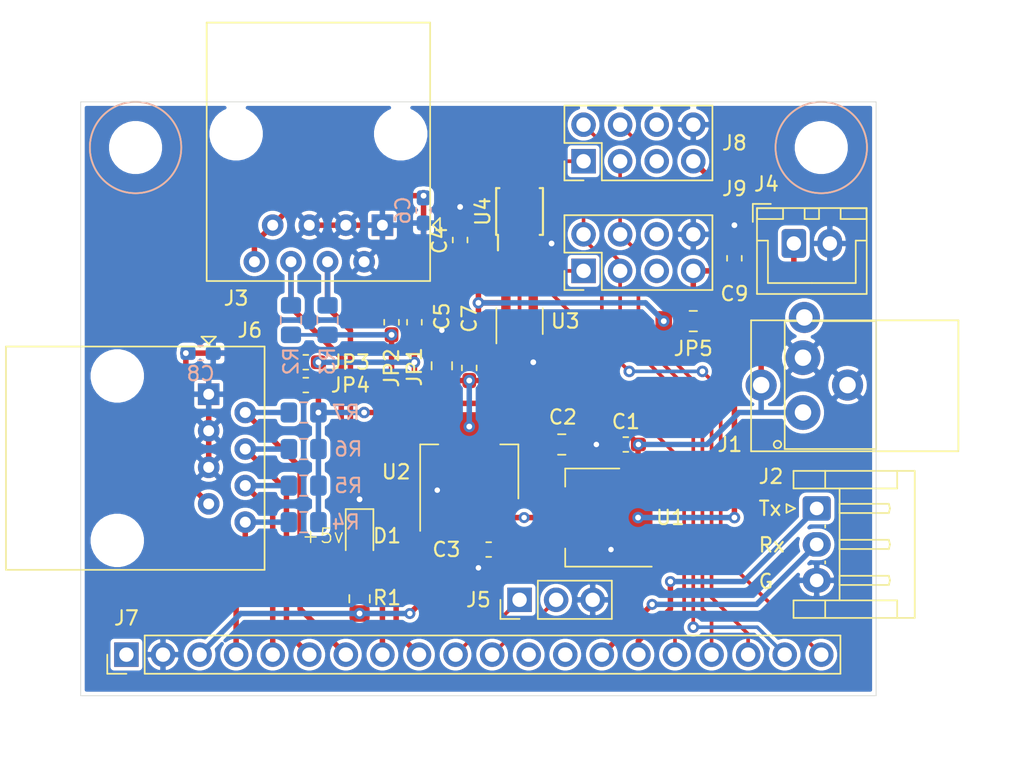
<source format=kicad_pcb>
(kicad_pcb (version 20171130) (host pcbnew "(5.1.9)-1")
  (layers (0 F.Cu signal) (31 B.Cu signal) (34 B.Paste user) (35 F.Paste user) (36 B.SilkS user) (37 F.SilkS user) (38 B.Mask user) (39 F.Mask user) (44 Edge.Cuts user))
  (net 0 "")
  (net 1 GND)
  (net 2 /Vin)
  (net 3 +5V)
  (net 4 /A10)
  (net 5 /A9)
  (net 6 /B5)
  (net 7 /B4)
  (net 8 /B12)
  (net 9 /B13)
  (net 10 /B14)
  (net 11 /B15)
  (net 12 /B6)
  (net 13 /B7)
  (net 14 /B8)
  (net 15 /B9)
  (net 16 +3V3)
  (net 17 /SensorPwr0)
  (net 18 /SensorPwr1)
  (net 19 /A8)
  (net 20 /~CS1)
  (net 21 /~CS0)
  (net 22 /VOut)
  (net 23 /LedR)
  (net 24 /~Sel)
  (net 25 /A15)
  (net 26 /B3)
  (module Capacitor_SMD:C_0603_1608Metric_Pad1.05x0.95mm_HandSolder (layer F.Cu) (at 151.4475 93.4225 90)
    (fp_text reference C7 (at 3.42 0 90) (layer F.SilkS))
    (fp_text value .1uf)
    (pad 2 smd roundrect (at 0.875 0 90) (size 1.05 0.95) (layers F.Cu F.Paste F.Mask) (net 1 GND))
    (pad 1 smd roundrect (at -0.875 0 90) (size 1.05 0.95) (layers F.Cu F.Paste F.Mask) (net 16 +3V3))
  )
  (module Capacitor_SMD:C_0603_1608Metric_Pad1.05x0.95mm_HandSolder (layer F.Cu) (at 150.8125 84.5325 90)
    (fp_text reference C4 (at 0 -1.43 90) (layer F.SilkS))
    (fp_text value .1uf)
    (pad 2 smd roundrect (at 0.875 0 90) (size 1.05 0.95) (layers F.Cu F.Paste F.Mask) (net 1 GND))
    (pad 1 smd roundrect (at -0.875 0 90) (size 1.05 0.95) (layers F.Cu F.Paste F.Mask) (net 16 +3V3))
  )
  (module Connector_PinHeader_2.54mm:PinHeader_1x03_P2.54mm_Vertical (layer F.Cu) (at 154.94 109.5375 90)
    (fp_text reference J5 (at 0 -2.8575 180) (layer F.SilkS))
    (fp_text value Conn_01x03_Male)
    (pad 3 thru_hole oval (at 0 5.08 90) (size 1.7 1.7) (drill 1) (layers *.Cu *.Mask) (net 1 GND))
    (pad 2 thru_hole oval (at 0 2.54 90) (size 1.7 1.7) (drill 1) (layers *.Cu *.Mask) (net 25 /A15))
    (pad 1 thru_hole rect (at 0 0 90) (size 1.7 1.7) (drill 1) (layers *.Cu *.Mask) (net 26 /B3))
  )
  (module Capacitor_SMD:C_0603_1608Metric_Pad1.05x0.95mm_HandSolder (layer B.Cu) (at 132.7875 92.3925)
    (fp_text reference C8 (at 0 1.43) (layer B.SilkS) (effects (justify mirror)))
    (fp_text value .1uf)
    (pad 2 smd roundrect (at 0.875 0) (size 1.05 0.95) (layers B.Cu B.Paste B.Mask) (net 1 GND))
    (pad 1 smd roundrect (at -0.875 0) (size 1.05 0.95) (layers B.Cu B.Paste B.Mask) (net 18 /SensorPwr1))
  )
  (module Capacitor_SMD:C_0603_1608Metric_Pad1.05x0.95mm_HandSolder (layer B.Cu) (at 148.2725 82.4775 270)
    (fp_text reference C6 (at 0 1.43 90) (layer B.SilkS) (effects (justify mirror)))
    (fp_text value .1uf)
    (pad 2 smd roundrect (at 0.875 0 270) (size 1.05 0.95) (layers B.Cu B.Paste B.Mask) (net 1 GND))
    (pad 1 smd roundrect (at -0.875 0 270) (size 1.05 0.95) (layers B.Cu B.Paste B.Mask) (net 17 /SensorPwr0))
  )
  (module Package_SO:TSSOP-8_3x3mm_P0.65mm (layer F.Cu) (at 154.94 82.55 90)
    (fp_text reference U4 (at 0 -2.55 90) (layer F.SilkS))
    (fp_text value 74LVC2G32)
    (pad 8 smd rect (at 2.15 -0.975 90) (size 1.1 0.4) (layers F.Cu F.Paste F.Mask) (net 16 +3V3))
    (pad 7 smd rect (at 2.15 -0.325 90) (size 1.1 0.4) (layers F.Cu F.Paste F.Mask) (net 21 /~CS0))
    (pad 6 smd rect (at 2.15 0.325 90) (size 1.1 0.4) (layers F.Cu F.Paste F.Mask) (net 19 /A8))
    (pad 5 smd rect (at 2.15 0.975 90) (size 1.1 0.4) (layers F.Cu F.Paste F.Mask) (net 8 /B12))
    (pad 4 smd rect (at -2.15 0.975 90) (size 1.1 0.4) (layers F.Cu F.Paste F.Mask) (net 1 GND))
    (pad 3 smd rect (at -2.15 0.325 90) (size 1.1 0.4) (layers F.Cu F.Paste F.Mask) (net 20 /~CS1))
    (pad 2 smd rect (at -2.15 -0.325 90) (size 1.1 0.4) (layers F.Cu F.Paste F.Mask) (net 8 /B12))
    (pad 1 smd rect (at -2.15 -0.975 90) (size 1.1 0.4) (layers F.Cu F.Paste F.Mask) (net 24 /~Sel))
  )
  (module Resistor_SMD:R_0805_2012Metric_Pad1.15x1.40mm_HandSolder (layer F.Cu) (at 143.8275 109.465 90)
    (fp_text reference R1 (at 0.0725 1.905 180) (layer F.SilkS))
    (fp_text value 5.1k)
    (pad 2 smd roundrect (at 1.025 0 90) (size 1.15 1.4) (layers F.Cu F.Paste F.Mask) (roundrect_rratio 0.217391) (net 23 /LedR))
    (pad 1 smd roundrect (at -1.025 0 90) (size 1.15 1.4) (layers F.Cu F.Paste F.Mask) (roundrect_rratio 0.217391) (net 3 +5V))
  )
  (module Diode_SMD:D_0805_2012Metric_Pad1.15x1.40mm_HandSolder (layer F.Cu) (at 143.8275 105.0925 270)
    (fp_text reference D1 (at 0 -1.905 180) (layer F.SilkS))
    (fp_text value LED)
    (pad 2 smd roundrect (at 1.025 0 270) (size 1.15 1.4) (layers F.Cu F.Paste F.Mask) (roundrect_rratio 0.217391) (net 23 /LedR))
    (pad 1 smd roundrect (at -1.025 0 270) (size 1.15 1.4) (layers F.Cu F.Paste F.Mask) (roundrect_rratio 0.217391) (net 1 GND))
  )
  (module "0MiscParts:MountingHole _1-8_1-4" (layer F.Cu) (at 175.895 78.105)
    (fp_text reference H2)
    (fp_text value MountingHole)
    (pad "" np_thru_hole circle (at 0 0) (size 3.175 3.175) (drill 3.175) (layers *.Cu *.Mask))
  )
  (module 0MiscParts:Jumper_0805_3 (layer F.Cu) (at 167.005 90.17 180)
    (fp_text reference JP5 (at 0 -1.905) (layer F.SilkS))
    (fp_text value SolderJumper_3_Open)
    (pad 3 smd roundrect (at 2.05 0 180) (size 1.15 1.4) (layers F.Cu F.Paste F.Mask) (roundrect_rratio 0.217) (net 16 +3V3))
    (pad 2 smd roundrect (at 0 0 180) (size 1.15 1.4) (layers F.Cu F.Paste F.Mask) (roundrect_rratio 0.217) (net 22 /VOut))
    (pad 1 smd roundrect (at -2.05 0 180) (size 1.15 1.4) (layers F.Cu F.Paste F.Mask) (roundrect_rratio 0.217) (net 3 +5V))
  )
  (module Capacitor_SMD:C_0603_1608Metric_Pad1.05x0.95mm_HandSolder (layer F.Cu) (at 169.8625 85.8025 90)
    (fp_text reference C9 (at -2.4625 0 180) (layer F.SilkS))
    (fp_text value .1uf)
    (pad 2 smd roundrect (at 0.875 0 90) (size 1.05 0.95) (layers F.Cu F.Paste F.Mask) (net 1 GND))
    (pad 1 smd roundrect (at -0.875 0 90) (size 1.05 0.95) (layers F.Cu F.Paste F.Mask) (net 22 /VOut))
  )
  (module Resistor_SMD:R_0805_2012Metric_Pad1.15x1.40mm_HandSolder (layer B.Cu) (at 139.945 96.52 180)
    (fp_text reference R7 (at -2.93 0) (layer B.SilkS) (effects (justify mirror)))
    (fp_text value R)
    (pad 2 smd roundrect (at 1.025 0 180) (size 1.15 1.4) (layers B.Cu B.Paste B.Mask) (roundrect_rratio 0.217391) (net 12 /B6))
    (pad 1 smd roundrect (at -1.025 0 180) (size 1.15 1.4) (layers B.Cu B.Paste B.Mask) (roundrect_rratio 0.217391) (net 16 +3V3))
  )
  (module Resistor_SMD:R_0805_2012Metric_Pad1.15x1.40mm_HandSolder (layer B.Cu) (at 139.945 104.14 180)
    (fp_text reference R4 (at -2.93 0) (layer B.SilkS) (effects (justify mirror)))
    (fp_text value R)
    (pad 2 smd roundrect (at 1.025 0 180) (size 1.15 1.4) (layers B.Cu B.Paste B.Mask) (roundrect_rratio 0.217391) (net 15 /B9))
    (pad 1 smd roundrect (at -1.025 0 180) (size 1.15 1.4) (layers B.Cu B.Paste B.Mask) (roundrect_rratio 0.217391) (net 16 +3V3))
  )
  (module Package_TO_SOT_SMD:SOT-23-5_HandSoldering (layer F.Cu) (at 154.94 90.17 90)
    (fp_text reference U3 (at 0 3.175 180) (layer F.SilkS))
    (fp_text value 74LVC1G04)
    (pad 5 smd rect (at 1.35 -0.95 90) (size 1.56 0.65) (layers F.Cu F.Paste F.Mask) (net 16 +3V3))
    (pad 4 smd rect (at 1.35 0.95 90) (size 1.56 0.65) (layers F.Cu F.Paste F.Mask) (net 24 /~Sel))
    (pad 3 smd rect (at -1.35 0.95 90) (size 1.56 0.65) (layers F.Cu F.Paste F.Mask) (net 1 GND))
    (pad 2 smd rect (at -1.35 0 90) (size 1.56 0.65) (layers F.Cu F.Paste F.Mask) (net 19 /A8))
    (pad 1 smd rect (at -1.35 -0.95 90) (size 1.56 0.65) (layers F.Cu F.Paste F.Mask))
  )
  (module Connector_PinHeader_2.54mm:PinHeader_2x04_P2.54mm_Vertical (layer F.Cu) (at 159.385 86.6775 90)
    (fp_text reference J9 (at 5.715 10.4775 180) (layer F.SilkS))
    (fp_text value Conn_02x04_Odd_Even)
    (pad 8 thru_hole oval (at 2.54 7.62 90) (size 1.7 1.7) (drill 1) (layers *.Cu *.Mask) (net 1 GND))
    (pad 7 thru_hole oval (at 0 7.62 90) (size 1.7 1.7) (drill 1) (layers *.Cu *.Mask) (net 22 /VOut))
    (pad 6 thru_hole oval (at 2.54 5.08 90) (size 1.7 1.7) (drill 1) (layers *.Cu *.Mask))
    (pad 5 thru_hole oval (at 0 5.08 90) (size 1.7 1.7) (drill 1) (layers *.Cu *.Mask))
    (pad 4 thru_hole oval (at 2.54 2.54 90) (size 1.7 1.7) (drill 1) (layers *.Cu *.Mask) (net 10 /B14))
    (pad 3 thru_hole oval (at 0 2.54 90) (size 1.7 1.7) (drill 1) (layers *.Cu *.Mask) (net 11 /B15))
    (pad 2 thru_hole oval (at 2.54 0 90) (size 1.7 1.7) (drill 1) (layers *.Cu *.Mask) (net 9 /B13))
    (pad 1 thru_hole rect (at 0 0 90) (size 1.7 1.7) (drill 1) (layers *.Cu *.Mask) (net 20 /~CS1))
  )
  (module Connector_PinHeader_2.54mm:PinHeader_2x04_P2.54mm_Vertical (layer F.Cu) (at 159.385 79.0575 90)
    (fp_text reference J8 (at 1.27 10.4775 180) (layer F.SilkS))
    (fp_text value Conn_02x04_Odd_Even)
    (pad 8 thru_hole oval (at 2.54 7.62 90) (size 1.7 1.7) (drill 1) (layers *.Cu *.Mask) (net 1 GND))
    (pad 7 thru_hole oval (at 0 7.62 90) (size 1.7 1.7) (drill 1) (layers *.Cu *.Mask) (net 22 /VOut))
    (pad 6 thru_hole oval (at 2.54 5.08 90) (size 1.7 1.7) (drill 1) (layers *.Cu *.Mask))
    (pad 5 thru_hole oval (at 0 5.08 90) (size 1.7 1.7) (drill 1) (layers *.Cu *.Mask))
    (pad 4 thru_hole oval (at 2.54 2.54 90) (size 1.7 1.7) (drill 1) (layers *.Cu *.Mask) (net 10 /B14))
    (pad 3 thru_hole oval (at 0 2.54 90) (size 1.7 1.7) (drill 1) (layers *.Cu *.Mask) (net 11 /B15))
    (pad 2 thru_hole oval (at 2.54 0 90) (size 1.7 1.7) (drill 1) (layers *.Cu *.Mask) (net 9 /B13))
    (pad 1 thru_hole rect (at 0 0 90) (size 1.7 1.7) (drill 1) (layers *.Cu *.Mask) (net 21 /~CS0))
  )
  (module Package_TO_SOT_SMD:SOT-223-3_TabPin2 (layer F.Cu) (at 151.4475 100.6475 90)
    (fp_text reference U2 (at 0 -5.08 180) (layer F.SilkS))
    (fp_text value AP1117-33)
    (pad 1 smd rect (at -3.15 -2.3 90) (size 2 1.5) (layers F.Cu F.Paste F.Mask) (net 1 GND))
    (pad 3 smd rect (at -3.15 2.3 90) (size 2 1.5) (layers F.Cu F.Paste F.Mask) (net 3 +5V))
    (pad 2 smd rect (at -3.15 0 90) (size 2 1.5) (layers F.Cu F.Paste F.Mask) (net 16 +3V3))
    (pad 2 smd rect (at 3.15 0 90) (size 2 3.8) (layers F.Cu F.Paste F.Mask) (net 16 +3V3))
  )
  (module Capacitor_SMD:C_0805_2012Metric_Pad1.15x1.40mm_HandSolder (layer F.Cu) (at 149.5425 93.2725 90)
    (fp_text reference C5 (at 3.42 0 90) (layer F.SilkS))
    (fp_text value 10u)
    (pad 2 smd roundrect (at 1.025 0 90) (size 1.15 1.4) (layers F.Cu F.Paste F.Mask) (roundrect_rratio 0.217391) (net 1 GND))
    (pad 1 smd roundrect (at -1.025 0 90) (size 1.15 1.4) (layers F.Cu F.Paste F.Mask) (roundrect_rratio 0.217391) (net 16 +3V3))
  )
  (module Capacitor_SMD:C_0603_1608Metric_Pad1.05x0.95mm_HandSolder (layer F.Cu) (at 152.795 106.045 180)
    (fp_text reference C3 (at 2.935 0) (layer F.SilkS))
    (fp_text value .1uf)
    (pad 2 smd roundrect (at 0.875 0 180) (size 1.05 0.95) (layers F.Cu F.Paste F.Mask) (net 1 GND))
    (pad 1 smd roundrect (at -0.875 0 180) (size 1.05 0.95) (layers F.Cu F.Paste F.Mask) (net 3 +5V))
  )
  (module Resistor_SMD:R_0805_2012Metric_Pad1.15x1.40mm_HandSolder (layer B.Cu) (at 139.945 99.06 180)
    (fp_text reference R6 (at -3.1025 0 180) (layer B.SilkS) (effects (justify mirror)))
    (fp_text value R)
    (pad 2 smd roundrect (at 1.025 0 180) (size 1.15 1.4) (layers B.Cu B.Paste B.Mask) (roundrect_rratio 0.217391) (net 13 /B7))
    (pad 1 smd roundrect (at -1.025 0 180) (size 1.15 1.4) (layers B.Cu B.Paste B.Mask) (roundrect_rratio 0.217391) (net 16 +3V3))
  )
  (module Resistor_SMD:R_0805_2012Metric_Pad1.15x1.40mm_HandSolder (layer B.Cu) (at 139.945 101.6 180)
    (fp_text reference R5 (at -3.1025 0 180) (layer B.SilkS) (effects (justify mirror)))
    (fp_text value R)
    (pad 2 smd roundrect (at 1.025 0 180) (size 1.15 1.4) (layers B.Cu B.Paste B.Mask) (roundrect_rratio 0.217391) (net 14 /B8))
    (pad 1 smd roundrect (at -1.025 0 180) (size 1.15 1.4) (layers B.Cu B.Paste B.Mask) (roundrect_rratio 0.217391) (net 16 +3V3))
  )
  (module Resistor_SMD:R_0603_1608Metric_Pad1.05x0.95mm_HandSolder (layer F.Cu) (at 140.095 94.615 180)
    (fp_text reference JP4 (at -3.0975 0) (layer F.SilkS))
    (fp_text value Jumper_NO_Small)
    (pad 2 smd roundrect (at 0.875 0 180) (size 1.05 0.95) (layers F.Cu F.Paste F.Mask) (net 18 /SensorPwr1))
    (pad 1 smd roundrect (at -0.875 0 180) (size 1.05 0.95) (layers F.Cu F.Paste F.Mask) (net 16 +3V3))
  )
  (module Resistor_SMD:R_0603_1608Metric_Pad1.05x0.95mm_HandSolder (layer F.Cu) (at 140.095 93.0275 180)
    (fp_text reference JP3 (at -3.0975 0) (layer F.SilkS))
    (fp_text value Jumper_NO_Small)
    (pad 2 smd roundrect (at 0.875 0 180) (size 1.05 0.95) (layers F.Cu F.Paste F.Mask) (net 18 /SensorPwr1))
    (pad 1 smd roundrect (at -0.875 0 180) (size 1.05 0.95) (layers F.Cu F.Paste F.Mask) (net 2 /Vin))
  )
  (module Connector_RJ:RJ45_Amphenol_54602-x08_Horizontal (layer F.Cu) (at 133.35 95.25 270)
    (fp_text reference J6 (at -4.445 -2.8575 180) (layer F.SilkS))
    (fp_text value RJ45)
    (pad 8 thru_hole circle (at 8.89 -2.54 270) (size 1.5 1.5) (drill 0.76) (layers *.Cu *.Mask) (net 15 /B9))
    (pad 7 thru_hole circle (at 7.62 0 270) (size 1.5 1.5) (drill 0.76) (layers *.Cu *.Mask) (net 18 /SensorPwr1))
    (pad 6 thru_hole circle (at 6.35 -2.54 270) (size 1.5 1.5) (drill 0.76) (layers *.Cu *.Mask) (net 14 /B8))
    (pad 5 thru_hole circle (at 5.08 0 270) (size 1.5 1.5) (drill 0.76) (layers *.Cu *.Mask) (net 1 GND))
    (pad 4 thru_hole circle (at 3.81 -2.54 270) (size 1.5 1.5) (drill 0.76) (layers *.Cu *.Mask) (net 13 /B7))
    (pad 3 thru_hole circle (at 2.54 0 270) (size 1.5 1.5) (drill 0.76) (layers *.Cu *.Mask) (net 1 GND))
    (pad 2 thru_hole circle (at 1.27 -2.54 270) (size 1.5 1.5) (drill 0.76) (layers *.Cu *.Mask) (net 12 /B6))
    (pad 1 thru_hole rect (at 0 0 270) (size 1.5 1.5) (drill 0.76) (layers *.Cu *.Mask) (net 1 GND))
    (pad "" np_thru_hole circle (at -1.27 6.35 270) (size 3.2 3.2) (drill 3.2) (layers *.Cu *.Mask))
    (pad "" np_thru_hole circle (at 10.16 6.35 270) (size 3.2 3.2) (drill 3.2) (layers *.Cu *.Mask))
  )
  (module Connector_JST:JST_XH_B2B-XH-A_1x02_P2.50mm_Vertical (layer F.Cu) (at 173.99 84.7725)
    (fp_text reference J4 (at -1.905 -4.1275) (layer F.SilkS))
    (fp_text value Conn_01x02)
    (pad 2 thru_hole oval (at 2.5 0) (size 1.7 2) (drill 1) (layers *.Cu *.Mask) (net 1 GND))
    (pad 1 thru_hole roundrect (at 0 0) (size 1.7 2) (drill 1) (layers *.Cu *.Mask) (roundrect_rratio 0.147059) (net 2 /Vin))
  )
  (module Package_TO_SOT_SMD:SOT-223-3_TabPin2 (layer F.Cu) (at 160.02 103.8225 180)
    (fp_text reference U1 (at -5.3975 0) (layer F.SilkS))
    (fp_text value AP1117-50)
    (pad 1 smd rect (at -3.15 -2.3 180) (size 2 1.5) (layers F.Cu F.Paste F.Mask) (net 1 GND))
    (pad 3 smd rect (at -3.15 2.3 180) (size 2 1.5) (layers F.Cu F.Paste F.Mask) (net 2 /Vin))
    (pad 2 smd rect (at -3.15 0 180) (size 2 1.5) (layers F.Cu F.Paste F.Mask) (net 3 +5V))
    (pad 2 smd rect (at 3.15 0 180) (size 2 3.8) (layers F.Cu F.Paste F.Mask) (net 3 +5V))
  )
  (module Resistor_SMD:R_0805_2012Metric_Pad1.15x1.40mm_HandSolder (layer B.Cu) (at 141.605 90.0975 90)
    (fp_text reference R3 (at -2.8575 0 270) (layer B.SilkS) (effects (justify mirror)))
    (fp_text value R)
    (pad 2 smd roundrect (at 1.025 0 90) (size 1.15 1.4) (layers B.Cu B.Paste B.Mask) (roundrect_rratio 0.217391) (net 7 /B4))
    (pad 1 smd roundrect (at -1.025 0 90) (size 1.15 1.4) (layers B.Cu B.Paste B.Mask) (roundrect_rratio 0.217391) (net 16 +3V3))
  )
  (module Resistor_SMD:R_0805_2012Metric_Pad1.15x1.40mm_HandSolder (layer B.Cu) (at 139.065 90.0975 90)
    (fp_text reference R2 (at -2.8575 0 270) (layer B.SilkS) (effects (justify mirror)))
    (fp_text value R)
    (pad 2 smd roundrect (at 1.025 0 90) (size 1.15 1.4) (layers B.Cu B.Paste B.Mask) (roundrect_rratio 0.217391) (net 6 /B5))
    (pad 1 smd roundrect (at -1.025 0 90) (size 1.15 1.4) (layers B.Cu B.Paste B.Mask) (roundrect_rratio 0.217391) (net 16 +3V3))
  )
  (module Resistor_SMD:R_0603_1608Metric_Pad1.05x0.95mm_HandSolder (layer F.Cu) (at 146.05 90.2475 90)
    (fp_text reference JP2 (at -3.175 0 270) (layer F.SilkS))
    (fp_text value Jumper_NO_Small)
    (pad 2 smd roundrect (at 0.875 0 90) (size 1.05 0.95) (layers F.Cu F.Paste F.Mask) (net 17 /SensorPwr0))
    (pad 1 smd roundrect (at -0.875 0 90) (size 1.05 0.95) (layers F.Cu F.Paste F.Mask) (net 16 +3V3))
  )
  (module Resistor_SMD:R_0603_1608Metric_Pad1.05x0.95mm_HandSolder (layer F.Cu) (at 147.6375 90.2475 90)
    (fp_text reference JP1 (at -3.0975 0 90) (layer F.SilkS))
    (fp_text value Jumper_NO_Small)
    (pad 2 smd roundrect (at 0.875 0 90) (size 1.05 0.95) (layers F.Cu F.Paste F.Mask) (net 17 /SensorPwr0))
    (pad 1 smd roundrect (at -0.875 0 90) (size 1.05 0.95) (layers F.Cu F.Paste F.Mask) (net 2 /Vin))
  )
  (module Connector_PinHeader_2.54mm:PinHeader_1x20_P2.54mm_Vertical (layer F.Cu) (at 127.635 113.3475 90)
    (fp_text reference J7 (at 2.54 0 180) (layer F.SilkS))
    (fp_text value Conn_01x20_Male)
    (pad 20 thru_hole oval (at 0 48.26 90) (size 1.7 1.7) (drill 1) (layers *.Cu *.Mask) (net 8 /B12))
    (pad 19 thru_hole oval (at 0 45.72 90) (size 1.7 1.7) (drill 1) (layers *.Cu *.Mask) (net 9 /B13))
    (pad 18 thru_hole oval (at 0 43.18 90) (size 1.7 1.7) (drill 1) (layers *.Cu *.Mask) (net 10 /B14))
    (pad 17 thru_hole oval (at 0 40.64 90) (size 1.7 1.7) (drill 1) (layers *.Cu *.Mask) (net 11 /B15))
    (pad 16 thru_hole oval (at 0 38.1 90) (size 1.7 1.7) (drill 1) (layers *.Cu *.Mask) (net 19 /A8))
    (pad 15 thru_hole oval (at 0 35.56 90) (size 1.7 1.7) (drill 1) (layers *.Cu *.Mask) (net 5 /A9))
    (pad 14 thru_hole oval (at 0 33.02 90) (size 1.7 1.7) (drill 1) (layers *.Cu *.Mask) (net 4 /A10))
    (pad 13 thru_hole oval (at 0 30.48 90) (size 1.7 1.7) (drill 1) (layers *.Cu *.Mask))
    (pad 12 thru_hole oval (at 0 27.94 90) (size 1.7 1.7) (drill 1) (layers *.Cu *.Mask))
    (pad 11 thru_hole oval (at 0 25.4 90) (size 1.7 1.7) (drill 1) (layers *.Cu *.Mask) (net 25 /A15))
    (pad 10 thru_hole oval (at 0 22.86 90) (size 1.7 1.7) (drill 1) (layers *.Cu *.Mask) (net 26 /B3))
    (pad 9 thru_hole oval (at 0 20.32 90) (size 1.7 1.7) (drill 1) (layers *.Cu *.Mask) (net 7 /B4))
    (pad 8 thru_hole oval (at 0 17.78 90) (size 1.7 1.7) (drill 1) (layers *.Cu *.Mask) (net 6 /B5))
    (pad 7 thru_hole oval (at 0 15.24 90) (size 1.7 1.7) (drill 1) (layers *.Cu *.Mask) (net 12 /B6))
    (pad 6 thru_hole oval (at 0 12.7 90) (size 1.7 1.7) (drill 1) (layers *.Cu *.Mask) (net 13 /B7))
    (pad 5 thru_hole oval (at 0 10.16 90) (size 1.7 1.7) (drill 1) (layers *.Cu *.Mask) (net 14 /B8))
    (pad 4 thru_hole oval (at 0 7.62 90) (size 1.7 1.7) (drill 1) (layers *.Cu *.Mask) (net 15 /B9))
    (pad 3 thru_hole oval (at 0 5.08 90) (size 1.7 1.7) (drill 1) (layers *.Cu *.Mask) (net 3 +5V))
    (pad 2 thru_hole oval (at 0 2.54 90) (size 1.7 1.7) (drill 1) (layers *.Cu *.Mask) (net 1 GND))
    (pad 1 thru_hole rect (at 0 0 90) (size 1.7 1.7) (drill 1) (layers *.Cu *.Mask))
  )
  (module Connector_RJ:RJ45_Amphenol_54602-x08_Horizontal (layer F.Cu) (at 145.415 83.5025 180)
    (fp_text reference J3 (at 10.16 -5.08) (layer F.SilkS))
    (fp_text value RJ45)
    (pad 8 thru_hole circle (at 8.89 -2.54 180) (size 1.5 1.5) (drill 0.76) (layers *.Cu *.Mask) (net 17 /SensorPwr0))
    (pad 7 thru_hole circle (at 7.62 0 180) (size 1.5 1.5) (drill 0.76) (layers *.Cu *.Mask) (net 17 /SensorPwr0))
    (pad 6 thru_hole circle (at 6.35 -2.54 180) (size 1.5 1.5) (drill 0.76) (layers *.Cu *.Mask) (net 6 /B5))
    (pad 5 thru_hole circle (at 5.08 0 180) (size 1.5 1.5) (drill 0.76) (layers *.Cu *.Mask) (net 1 GND))
    (pad 4 thru_hole circle (at 3.81 -2.54 180) (size 1.5 1.5) (drill 0.76) (layers *.Cu *.Mask) (net 7 /B4))
    (pad 3 thru_hole circle (at 2.54 0 180) (size 1.5 1.5) (drill 0.76) (layers *.Cu *.Mask) (net 1 GND))
    (pad 2 thru_hole circle (at 1.27 -2.54 180) (size 1.5 1.5) (drill 0.76) (layers *.Cu *.Mask) (net 1 GND))
    (pad 1 thru_hole rect (at 0 0 180) (size 1.5 1.5) (drill 0.76) (layers *.Cu *.Mask) (net 1 GND))
    (pad "" np_thru_hole circle (at -1.27 6.35 180) (size 3.2 3.2) (drill 3.2) (layers *.Cu *.Mask))
    (pad "" np_thru_hole circle (at 10.16 6.35 180) (size 3.2 3.2) (drill 3.2) (layers *.Cu *.Mask))
  )
  (module Connector_JST:JST_EH_S3B-EH_1x03_P2.50mm_Horizontal (layer F.Cu) (at 175.5775 103.1875 270)
    (fp_text reference J2 (at -2.2225 3.175 180) (layer F.SilkS))
    (fp_text value Conn_01x03_Female)
    (pad 3 thru_hole oval (at 5 0 270) (size 1.7 1.95) (drill 0.95) (layers *.Cu *.Mask) (net 1 GND))
    (pad 2 thru_hole oval (at 2.5 0 270) (size 1.7 1.95) (drill 0.95) (layers *.Cu *.Mask) (net 4 /A10))
    (pad 1 thru_hole roundrect (at 0 0 270) (size 1.7 1.95) (drill 0.95) (layers *.Cu *.Mask) (roundrect_rratio 0.147059) (net 5 /A9))
  )
  (module 0MiscParts:PJ-102-3.81mm (layer F.Cu) (at 185.42 94.615 180)
    (fp_text reference J1 (at 15.875 -4.1275) (layer F.SilkS))
    (fp_text value PJ-102)
    (pad 1 thru_hole circle (at 10.795 -1.905 90) (size 2.413 2.413) (drill 1.143) (layers *.Cu *.Mask) (net 2 /Vin))
    (pad 2 thru_hole circle (at 10.795 1.905 90) (size 2.413 2.413) (drill 1.143) (layers *.Cu *.Mask) (net 1 GND))
    (pad 3 thru_hole circle (at 10.7 4.7 180) (size 2.159 2.159) (drill 1.143) (layers *.Cu *.Mask))
    (pad 2 thru_hole circle (at 7.7 0 180) (size 2.159 2.159) (drill 1.143) (layers *.Cu *.Mask) (net 1 GND))
    (pad 1 thru_hole circle (at 13.7 0 180) (size 2.159 2.159) (drill 1.143) (layers *.Cu *.Mask) (net 2 /Vin))
  )
  (module "0MiscParts:MountingHole _1-8_1-4" (layer F.Cu) (at 128.27 78.105 270)
    (fp_text reference H1)
    (fp_text value MountingHole)
    (pad "" np_thru_hole circle (at 0 0 270) (size 3.175 3.175) (drill 3.175) (layers *.Cu *.Mask))
  )
  (module Capacitor_SMD:C_0805_2012Metric_Pad1.15x1.40mm_HandSolder (layer F.Cu) (at 157.87 98.7425)
    (fp_text reference C2 (at 0.0725 -1.905) (layer F.SilkS))
    (fp_text value 10u)
    (pad 2 smd roundrect (at 1.025 0) (size 1.15 1.4) (layers F.Cu F.Paste F.Mask) (roundrect_rratio 0.217391) (net 1 GND))
    (pad 1 smd roundrect (at -1.025 0) (size 1.15 1.4) (layers F.Cu F.Paste F.Mask) (roundrect_rratio 0.217391) (net 3 +5V))
  )
  (module Capacitor_SMD:C_0603_1608Metric_Pad1.05x0.95mm_HandSolder (layer F.Cu) (at 162.32 98.7425 180)
    (fp_text reference C1 (at 0 1.5875) (layer F.SilkS))
    (fp_text value .1uf)
    (pad 2 smd roundrect (at 0.875 0 180) (size 1.05 0.95) (layers F.Cu F.Paste F.Mask) (net 1 GND))
    (pad 1 smd roundrect (at -0.875 0 180) (size 1.05 0.95) (layers F.Cu F.Paste F.Mask) (net 2 /Vin))
  )
  (gr_text G (at 171.45 108.2675) (layer F.SilkS) (effects (font (size 1 1)) (justify left)))
  (gr_text Rx (at 171.45 105.7275) (layer F.SilkS) (effects (font (size 1 1)) (justify left)))
  (gr_text Tx (at 171.45 103.1875) (layer F.SilkS) (effects (font (size 1 1)) (justify left)))
  (gr_text +5v (at 141.2875 105.0925) (layer F.SilkS) (effects (font (size 1 1) (thickness 0.1))))
  (gr_line (start 124.46 74.93) (end 124.46 116.205) (layer Edge.Cuts) (width 0.05))
  (gr_line (start 179.705 74.93) (end 124.46 74.93) (layer Edge.Cuts) (width 0.05))
  (gr_line (start 179.705 116.205) (end 179.705 74.93) (layer Edge.Cuts) (width 0.05))
  (gr_line (start 124.46 116.205) (end 179.705 116.205) (layer Edge.Cuts) (width 0.05))
  (via (at 149.5425 90.805) (size 0.762) (drill 0.381) (layers F.Cu B.Cu) (net 1))
  (segment (start 145.415 83.5025) (end 142.875 83.5025) (width 0.381) (layer F.Cu) (net 1))
  (segment (start 142.875 83.5025) (end 140.335 83.5025) (width 0.381) (layer F.Cu) (net 1))
  (via (at 161.29 106.045) (size 0.762) (drill 0.381) (layers F.Cu B.Cu) (net 1))
  (segment (start 163.17 106.1225) (end 162.32 106.1225) (width 0.381) (layer F.Cu) (net 1))
  (segment (start 162.2425 106.045) (end 161.29 106.045) (width 0.381) (layer F.Cu) (net 1))
  (segment (start 162.32 106.1225) (end 162.2425 106.045) (width 0.381) (layer F.Cu) (net 1))
  (segment (start 149.1225 103.8225) (end 149.1475 103.7975) (width 0.381) (layer F.Cu) (net 1))
  (via (at 152.0825 107.315) (size 0.762) (drill 0.381) (layers F.Cu B.Cu) (net 1))
  (via (at 149.225 101.9175) (size 0.762) (drill 0.381) (layers F.Cu B.Cu) (net 1))
  (segment (start 149.225 103.72) (end 149.1475 103.7975) (width 0.381) (layer F.Cu) (net 1))
  (segment (start 149.225 101.9175) (end 149.225 103.72) (width 0.381) (layer F.Cu) (net 1))
  (segment (start 149.5425 92.2475) (end 149.5425 90.805) (width 0.381) (layer F.Cu) (net 1))
  (segment (start 152.0825 106.68) (end 152.0825 107.315) (width 0.381) (layer F.Cu) (net 1))
  (segment (start 151.92 106.045) (end 151.92 106.5175) (width 0.381) (layer F.Cu) (net 1))
  (segment (start 151.92 106.5175) (end 152.0825 106.68) (width 0.381) (layer F.Cu) (net 1))
  (via (at 155.8925 93.0275) (size 0.8) (drill 0.4) (layers F.Cu B.Cu) (net 1))
  (segment (start 155.8925 91.5225) (end 155.89 91.52) (width 0.254) (layer F.Cu) (net 1))
  (segment (start 155.8925 93.0275) (end 155.8925 91.5225) (width 0.254) (layer F.Cu) (net 1))
  (segment (start 133.35 95.25) (end 133.35 97.79) (width 0.381) (layer F.Cu) (net 1))
  (segment (start 133.35 97.79) (end 133.35 100.33) (width 0.381) (layer F.Cu) (net 1))
  (segment (start 145.415 84.7725) (end 144.145 86.0425) (width 0.381) (layer F.Cu) (net 1))
  (segment (start 145.415 83.5025) (end 145.415 84.7725) (width 0.381) (layer F.Cu) (net 1))
  (via (at 150.8125 82.2325) (size 0.8) (drill 0.4) (layers F.Cu B.Cu) (net 1))
  (segment (start 150.8125 83.6575) (end 150.8125 82.2325) (width 0.25) (layer F.Cu) (net 1))
  (via (at 169.8625 83.5025) (size 0.8) (drill 0.4) (layers F.Cu B.Cu) (net 1))
  (segment (start 169.8625 84.9275) (end 169.8625 83.5025) (width 0.381) (layer F.Cu) (net 1))
  (segment (start 160.274 98.7425) (end 158.895 98.7425) (width 0.381) (layer F.Cu) (net 1))
  (via (at 160.274 98.7425) (size 0.762) (drill 0.381) (layers F.Cu B.Cu) (net 1))
  (segment (start 161.445 98.7425) (end 160.274 98.7425) (width 0.381) (layer F.Cu) (net 1))
  (via (at 143.8275 102.5525) (size 0.8) (drill 0.4) (layers F.Cu B.Cu) (net 1))
  (segment (start 143.8275 102.5525) (end 143.8275 104.0675) (width 0.381) (layer F.Cu) (net 1))
  (via (at 157.1625 84.7725) (size 0.8) (drill 0.4) (layers F.Cu B.Cu) (net 1))
  (segment (start 155.915 84.7) (end 156.455 84.7) (width 0.381) (layer F.Cu) (net 1))
  (segment (start 156.5275 84.7725) (end 157.1625 84.7725) (width 0.381) (layer F.Cu) (net 1))
  (segment (start 156.455 84.7) (end 156.5275 84.7725) (width 0.381) (layer F.Cu) (net 1))
  (segment (start 149.5425 92.2475) (end 150.35 92.2475) (width 0.381) (layer F.Cu) (net 1))
  (segment (start 150.65 92.5475) (end 151.4475 92.5475) (width 0.381) (layer F.Cu) (net 1))
  (segment (start 150.35 92.2475) (end 150.65 92.5475) (width 0.381) (layer F.Cu) (net 1))
  (segment (start 163.17 98.7675) (end 163.195 98.7425) (width 0.381) (layer F.Cu) (net 2))
  (segment (start 163.17 101.5225) (end 163.17 98.7675) (width 0.381) (layer F.Cu) (net 2))
  (segment (start 163.195 98.7425) (end 163.195 98.7425) (width 0.381) (layer F.Cu) (net 2))
  (via (at 163.195 98.7425) (size 0.762) (drill 0.381) (layers F.Cu B.Cu) (net 2))
  (segment (start 167.9575 98.7425) (end 170.18 96.52) (width 0.381) (layer B.Cu) (net 2))
  (segment (start 171.72 96.4725) (end 171.7675 96.52) (width 0.381) (layer B.Cu) (net 2))
  (segment (start 171.72 94.615) (end 171.72 96.4725) (width 0.381) (layer B.Cu) (net 2))
  (segment (start 170.18 96.52) (end 171.7675 96.52) (width 0.381) (layer B.Cu) (net 2))
  (segment (start 171.7675 96.52) (end 174.625 96.52) (width 0.381) (layer B.Cu) (net 2))
  (segment (start 167.9575 98.7425) (end 166.0525 98.7425) (width 0.381) (layer B.Cu) (net 2))
  (segment (start 166.0525 98.7425) (end 163.195 98.7425) (width 0.381) (layer B.Cu) (net 2))
  (segment (start 141.1325 93.0275) (end 141.1325 93.0275) (width 0.254) (layer F.Cu) (net 2))
  (segment (start 141.1325 93.0275) (end 141.1325 93.0275) (width 0.254) (layer F.Cu) (net 2))
  (via (at 140.97 93.0275) (size 0.8) (drill 0.4) (layers F.Cu B.Cu) (net 2))
  (segment (start 147.6375 93.0275) (end 147.6375 91.1225) (width 0.381) (layer F.Cu) (net 2))
  (via (at 147.6375 93.0275) (size 0.8) (drill 0.4) (layers F.Cu B.Cu) (net 2))
  (segment (start 140.97 93.0275) (end 147.6375 93.0275) (width 0.381) (layer B.Cu) (net 2))
  (segment (start 171.72 94.615) (end 171.72 88.9475) (width 0.381) (layer F.Cu) (net 2))
  (segment (start 171.72 88.9475) (end 173.99 86.6775) (width 0.381) (layer F.Cu) (net 2))
  (segment (start 173.99 86.6775) (end 173.99 84.7725) (width 0.381) (layer F.Cu) (net 2))
  (segment (start 148.9075 95.885) (end 147.6375 94.615) (width 0.381) (layer F.Cu) (net 2))
  (segment (start 147.6375 94.615) (end 147.6375 93.0275) (width 0.381) (layer F.Cu) (net 2))
  (segment (start 163.195 98.7425) (end 160.3375 95.885) (width 0.381) (layer F.Cu) (net 2))
  (segment (start 160.3375 95.885) (end 148.9075 95.885) (width 0.381) (layer F.Cu) (net 2))
  (via (at 143.8275 110.49) (size 0.8) (drill 0.4) (layers F.Cu B.Cu) (net 3))
  (segment (start 163.17 103.8225) (end 163.17 103.8225) (width 0.381) (layer F.Cu) (net 3))
  (segment (start 156.845 103.7975) (end 156.87 103.8225) (width 0.381) (layer F.Cu) (net 3))
  (segment (start 156.845 98.7425) (end 156.845 103.7975) (width 0.381) (layer F.Cu) (net 3))
  (segment (start 153.67 103.875) (end 153.7475 103.7975) (width 0.381) (layer F.Cu) (net 3))
  (segment (start 153.7725 103.8225) (end 153.7475 103.7975) (width 0.381) (layer F.Cu) (net 3))
  (segment (start 156.87 103.8225) (end 155.2575 103.8225) (width 0.381) (layer F.Cu) (net 3))
  (segment (start 155.2575 103.8225) (end 153.7725 103.8225) (width 0.381) (layer F.Cu) (net 3))
  (via (at 155.2575 103.8225) (size 0.762) (drill 0.381) (layers F.Cu B.Cu) (net 3))
  (segment (start 153.7475 105.9675) (end 153.67 106.045) (width 0.381) (layer F.Cu) (net 3))
  (segment (start 153.7475 103.7975) (end 153.7475 105.9675) (width 0.381) (layer F.Cu) (net 3))
  (segment (start 169.055 90.17) (end 169.055 92.22) (width 0.381) (layer F.Cu) (net 3))
  (segment (start 169.055 92.22) (end 169.8625 93.0275) (width 0.381) (layer F.Cu) (net 3))
  (segment (start 169.8625 93.0275) (end 169.8625 103.8225) (width 0.381) (layer F.Cu) (net 3))
  (segment (start 169.8625 103.8225) (end 169.8625 103.8225) (width 0.381) (layer F.Cu) (net 3))
  (via (at 169.8625 103.8225) (size 0.8) (drill 0.4) (layers F.Cu B.Cu) (net 3))
  (segment (start 163.17 103.8225) (end 156.87 103.8225) (width 0.381) (layer F.Cu) (net 3))
  (via (at 163.17 103.8225) (size 0.8) (drill 0.4) (layers F.Cu B.Cu) (net 3))
  (segment (start 163.17 103.8225) (end 169.8625 103.8225) (width 0.381) (layer B.Cu) (net 3))
  (segment (start 132.715 113.3475) (end 135.5725 110.49) (width 0.381) (layer B.Cu) (net 3))
  (segment (start 135.5725 110.49) (end 143.8275 110.49) (width 0.381) (layer B.Cu) (net 3))
  (segment (start 147.32 110.49) (end 143.8275 110.49) (width 0.381) (layer B.Cu) (net 3))
  (via (at 147.32 110.49) (size 0.762) (drill 0.381) (layers F.Cu B.Cu) (net 3))
  (segment (start 152.7175 108.2675) (end 153.67 107.315) (width 0.381) (layer F.Cu) (net 3))
  (segment (start 153.67 107.315) (end 153.67 106.045) (width 0.381) (layer F.Cu) (net 3))
  (segment (start 147.32 110.49) (end 149.5425 108.2675) (width 0.381) (layer F.Cu) (net 3))
  (segment (start 149.5425 108.2675) (end 152.7175 108.2675) (width 0.381) (layer F.Cu) (net 3))
  (via (at 164.1475 109.855) (size 0.762) (drill 0.381) (layers F.Cu B.Cu) (net 4))
  (segment (start 164.1475 109.855) (end 160.655 113.3475) (width 0.381) (layer F.Cu) (net 4))
  (segment (start 171.41 109.855) (end 175.5775 105.6875) (width 0.381) (layer B.Cu) (net 4))
  (segment (start 164.1475 109.855) (end 171.41 109.855) (width 0.381) (layer B.Cu) (net 4))
  (segment (start 170.4975 108.2675) (end 175.5775 103.1875) (width 0.381) (layer B.Cu) (net 5))
  (via (at 165.4175 108.2675) (size 0.762) (drill 0.381) (layers F.Cu B.Cu) (net 5))
  (segment (start 165.4175 108.2675) (end 170.4975 108.2675) (width 0.381) (layer B.Cu) (net 5))
  (segment (start 163.195 112.395) (end 163.195 113.3475) (width 0.381) (layer F.Cu) (net 5))
  (segment (start 165.4175 108.2675) (end 165.4175 110.1725) (width 0.381) (layer F.Cu) (net 5))
  (segment (start 165.4175 110.1725) (end 163.195 112.395) (width 0.381) (layer F.Cu) (net 5))
  (segment (start 139.065 89.0725) (end 139.065 86.0425) (width 0.381) (layer B.Cu) (net 6))
  (segment (start 139.065 89.2175) (end 139.065 86.0425) (width 0.381) (layer F.Cu) (net 6))
  (segment (start 142.5575 97.79) (end 142.5575 92.71) (width 0.381) (layer F.Cu) (net 6))
  (segment (start 142.5575 92.71) (end 139.065 89.2175) (width 0.381) (layer F.Cu) (net 6))
  (segment (start 145.415 113.3475) (end 145.415 100.6475) (width 0.381) (layer F.Cu) (net 6))
  (segment (start 145.415 100.6475) (end 142.5575 97.79) (width 0.381) (layer F.Cu) (net 6))
  (segment (start 141.605 89.0725) (end 141.605 86.0425) (width 0.381) (layer B.Cu) (net 7))
  (segment (start 146.3675 100.6475) (end 143.1925 97.4725) (width 0.381) (layer F.Cu) (net 7))
  (segment (start 143.1925 97.4725) (end 143.1925 90.805) (width 0.381) (layer F.Cu) (net 7))
  (segment (start 143.1925 90.805) (end 141.605 89.2175) (width 0.381) (layer F.Cu) (net 7))
  (segment (start 141.605 89.2175) (end 141.605 86.0425) (width 0.381) (layer F.Cu) (net 7))
  (segment (start 146.3675 111.76) (end 146.3675 100.6475) (width 0.381) (layer F.Cu) (net 7))
  (segment (start 147.955 113.3475) (end 146.3675 111.76) (width 0.381) (layer F.Cu) (net 7))
  (segment (start 173.99 111.4425) (end 173.6725 111.125) (width 0.254) (layer F.Cu) (net 8))
  (segment (start 175.895 113.3475) (end 173.99 111.4425) (width 0.254) (layer F.Cu) (net 8))
  (segment (start 155.8925 80.8575) (end 155.91 80.84) (width 0.254) (layer F.Cu) (net 8))
  (segment (start 171.1325 108.585) (end 173.99 111.4425) (width 0.254) (layer F.Cu) (net 8))
  (via (at 167.64 93.6625) (size 0.8) (drill 0.4) (layers F.Cu B.Cu) (net 8))
  (segment (start 168.91 106.3625) (end 171.1325 108.585) (width 0.254) (layer F.Cu) (net 8))
  (segment (start 167.64 93.6625) (end 168.91 94.9325) (width 0.254) (layer F.Cu) (net 8))
  (segment (start 168.91 94.9325) (end 168.91 106.3625) (width 0.254) (layer F.Cu) (net 8))
  (segment (start 162.56 93.6625) (end 154.61 85.7125) (width 0.254) (layer F.Cu) (net 8))
  (via (at 162.56 93.6625) (size 0.8) (drill 0.4) (layers F.Cu B.Cu) (net 8))
  (segment (start 162.56 93.6625) (end 167.64 93.6625) (width 0.254) (layer B.Cu) (net 8))
  (segment (start 154.61 84.705) (end 154.615 84.7) (width 0.254) (layer F.Cu) (net 8))
  (segment (start 154.61 85.7125) (end 154.61 84.705) (width 0.254) (layer F.Cu) (net 8))
  (segment (start 155.8925 80.4225) (end 155.915 80.4) (width 0.254) (layer F.Cu) (net 8))
  (segment (start 154.61 83.1975) (end 155.8925 81.915) (width 0.254) (layer F.Cu) (net 8))
  (segment (start 154.615 84.7) (end 154.61 84.695) (width 0.254) (layer F.Cu) (net 8))
  (segment (start 155.8925 81.915) (end 155.8925 80.4225) (width 0.254) (layer F.Cu) (net 8))
  (segment (start 154.61 84.695) (end 154.61 83.1975) (width 0.254) (layer F.Cu) (net 8))
  (segment (start 160.655 77.7875) (end 159.385 76.5175) (width 0.25) (layer F.Cu) (net 9))
  (segment (start 159.385 84.1375) (end 159.385 81.915) (width 0.25) (layer F.Cu) (net 9))
  (segment (start 160.655 80.645) (end 160.655 77.7875) (width 0.25) (layer F.Cu) (net 9))
  (segment (start 159.385 81.915) (end 160.655 80.645) (width 0.25) (layer F.Cu) (net 9))
  (segment (start 167.3225 111.4425) (end 167.3225 111.4425) (width 0.254) (layer B.Cu) (net 9))
  (segment (start 160.655 89.2175) (end 160.655 89.2175) (width 0.254) (layer F.Cu) (net 9))
  (segment (start 167.005 111.4425) (end 171.45 111.4425) (width 0.254) (layer B.Cu) (net 9))
  (segment (start 171.45 111.4425) (end 171.7675 111.76) (width 0.254) (layer B.Cu) (net 9))
  (segment (start 171.7675 111.76) (end 173.355 113.3475) (width 0.254) (layer B.Cu) (net 9))
  (via (at 167.005 111.4425) (size 0.8) (drill 0.4) (layers F.Cu B.Cu) (net 9))
  (segment (start 159.385 84.455) (end 159.385 84.1375) (width 0.254) (layer F.Cu) (net 9))
  (segment (start 160.655 85.725) (end 159.385 84.455) (width 0.254) (layer F.Cu) (net 9))
  (segment (start 160.655 89.8525) (end 160.655 85.725) (width 0.254) (layer F.Cu) (net 9))
  (segment (start 167.005 111.4425) (end 167.005 96.2025) (width 0.254) (layer F.Cu) (net 9))
  (segment (start 167.005 96.2025) (end 160.655 89.8525) (width 0.254) (layer F.Cu) (net 9))
  (segment (start 163.195 80.724375) (end 163.195 77.7875) (width 0.25) (layer F.Cu) (net 10))
  (segment (start 163.195 77.7875) (end 161.925 76.5175) (width 0.25) (layer F.Cu) (net 10))
  (segment (start 161.925 84.1375) (end 161.925 81.994375) (width 0.25) (layer F.Cu) (net 10))
  (segment (start 161.925 81.994375) (end 163.195 80.724375) (width 0.25) (layer F.Cu) (net 10))
  (segment (start 163.195 85.4075) (end 161.925 84.1375) (width 0.254) (layer F.Cu) (net 10))
  (segment (start 170.815 111.91875) (end 168.275 109.37875) (width 0.254) (layer F.Cu) (net 10))
  (segment (start 170.815 113.3475) (end 170.815 111.91875) (width 0.254) (layer F.Cu) (net 10))
  (segment (start 168.275 109.37875) (end 168.275 95.5675) (width 0.254) (layer F.Cu) (net 10))
  (segment (start 163.195 90.4875) (end 163.195 85.4075) (width 0.254) (layer F.Cu) (net 10))
  (segment (start 168.275 95.5675) (end 163.195 90.4875) (width 0.254) (layer F.Cu) (net 10))
  (segment (start 161.925 80.645) (end 161.925 79.0575) (width 0.25) (layer F.Cu) (net 11))
  (segment (start 160.655 84.7725) (end 160.655 81.915) (width 0.25) (layer F.Cu) (net 11))
  (segment (start 160.655 81.915) (end 161.925 80.645) (width 0.25) (layer F.Cu) (net 11))
  (segment (start 161.925 86.0425) (end 161.925 86.6775) (width 0.254) (layer F.Cu) (net 11))
  (segment (start 160.655 84.7725) (end 161.925 86.0425) (width 0.254) (layer F.Cu) (net 11))
  (segment (start 161.925 90.17) (end 161.925 86.6775) (width 0.254) (layer F.Cu) (net 11))
  (segment (start 167.64 95.885) (end 161.925 90.17) (width 0.254) (layer F.Cu) (net 11))
  (segment (start 167.64 110.1725) (end 167.64 95.885) (width 0.254) (layer F.Cu) (net 11))
  (segment (start 168.275 113.3475) (end 168.275 110.8075) (width 0.254) (layer F.Cu) (net 11))
  (segment (start 168.275 110.8075) (end 167.64 110.1725) (width 0.254) (layer F.Cu) (net 11))
  (segment (start 138.9925 96.52) (end 135.89 96.52) (width 0.381) (layer B.Cu) (net 12))
  (segment (start 139.7 100.33) (end 135.89 96.52) (width 0.381) (layer F.Cu) (net 12))
  (segment (start 142.875 113.3475) (end 139.7 110.1725) (width 0.381) (layer F.Cu) (net 12))
  (segment (start 139.7 110.1725) (end 139.7 100.33) (width 0.381) (layer F.Cu) (net 12))
  (segment (start 138.92 99.06) (end 135.89 99.06) (width 0.381) (layer B.Cu) (net 13))
  (segment (start 137.795 100.965) (end 135.89 99.06) (width 0.381) (layer F.Cu) (net 13))
  (segment (start 138.7475 101.9175) (end 137.795 100.965) (width 0.381) (layer F.Cu) (net 13))
  (segment (start 140.335 113.3475) (end 138.7475 111.76) (width 0.381) (layer F.Cu) (net 13))
  (segment (start 138.7475 111.76) (end 138.7475 101.9175) (width 0.381) (layer F.Cu) (net 13))
  (segment (start 137.795 103.505) (end 135.89 101.6) (width 0.381) (layer F.Cu) (net 14))
  (segment (start 137.795 113.3475) (end 137.795 103.505) (width 0.381) (layer F.Cu) (net 14))
  (segment (start 138.92 101.6) (end 135.89 101.6) (width 0.381) (layer B.Cu) (net 14))
  (segment (start 135.255 113.3475) (end 135.255 107.315) (width 0.381) (layer F.Cu) (net 15))
  (segment (start 135.89 106.68) (end 135.89 104.14) (width 0.381) (layer F.Cu) (net 15))
  (segment (start 135.255 107.315) (end 135.89 106.68) (width 0.381) (layer F.Cu) (net 15))
  (segment (start 138.92 104.14) (end 135.89 104.14) (width 0.381) (layer B.Cu) (net 15))
  (via (at 146.05 91.1225) (size 0.8) (drill 0.4) (layers F.Cu B.Cu) (net 16))
  (segment (start 151.4475 97.4975) (end 151.4475 97.4975) (width 0.381) (layer F.Cu) (net 16))
  (segment (start 141.605 91.195) (end 141.605 91.195) (width 0.381) (layer B.Cu) (net 16))
  (segment (start 151.4475 97.4975) (end 151.4475 97.4975) (width 0.381) (layer F.Cu) (net 16))
  (segment (start 141.605 91.195) (end 141.605 91.195) (width 0.381) (layer B.Cu) (net 16))
  (segment (start 141.605 91.1225) (end 139.065 91.1225) (width 0.254) (layer B.Cu) (net 16))
  (segment (start 151.4475 94.2975) (end 151.4475 94.2975) (width 0.381) (layer F.Cu) (net 16))
  (segment (start 153.91 88.9) (end 153.99 88.82) (width 0.381) (layer F.Cu) (net 16))
  (segment (start 151.4475 97.4975) (end 151.4475 103.7975) (width 0.381) (layer F.Cu) (net 16))
  (via (at 151.4475 97.4975) (size 0.8) (drill 0.4) (layers F.Cu B.Cu) (net 16))
  (via (at 151.4475 94.2975) (size 0.8) (drill 0.4) (layers F.Cu B.Cu) (net 16))
  (segment (start 140.97 99.06) (end 140.97 99.06) (width 0.381) (layer B.Cu) (net 16))
  (segment (start 152.0825 89.8525) (end 152.0825 89.8525) (width 0.381) (layer F.Cu) (net 16))
  (segment (start 146.05 91.1225) (end 141.605 91.1225) (width 0.381) (layer B.Cu) (net 16))
  (via (at 140.97 96.52) (size 0.8) (drill 0.4) (layers F.Cu B.Cu) (net 16))
  (segment (start 151.4475 97.4975) (end 151.4475 94.2975) (width 0.381) (layer B.Cu) (net 16))
  (segment (start 152.4 94.2975) (end 151.4475 94.2975) (width 0.381) (layer F.Cu) (net 16))
  (segment (start 152.7175 93.98) (end 152.4 94.2975) (width 0.381) (layer F.Cu) (net 16))
  (segment (start 152.7175 91.44) (end 152.7175 93.98) (width 0.381) (layer F.Cu) (net 16))
  (segment (start 152.0825 90.805) (end 152.7175 91.44) (width 0.381) (layer F.Cu) (net 16))
  (segment (start 152.0825 88.9) (end 152.0825 90.805) (width 0.381) (layer F.Cu) (net 16))
  (via (at 152.0825 88.9) (size 0.8) (drill 0.4) (layers F.Cu B.Cu) (net 16))
  (segment (start 152.0825 88.9) (end 153.91 88.9) (width 0.381) (layer F.Cu) (net 16))
  (via (at 144.145 96.52) (size 0.8) (drill 0.4) (layers F.Cu B.Cu) (net 16))
  (segment (start 146.05 96.52) (end 146.05 91.1225) (width 0.381) (layer F.Cu) (net 16))
  (segment (start 151.4475 97.4975) (end 147.0275 97.4975) (width 0.381) (layer F.Cu) (net 16))
  (segment (start 147.0275 97.4975) (end 146.05 96.52) (width 0.381) (layer F.Cu) (net 16))
  (segment (start 146.05 96.52) (end 144.145 96.52) (width 0.381) (layer F.Cu) (net 16))
  (segment (start 144.145 96.52) (end 140.97 96.52) (width 0.381) (layer B.Cu) (net 16))
  (segment (start 140.97 104.14) (end 140.97 101.6) (width 0.381) (layer B.Cu) (net 16))
  (segment (start 140.97 101.6) (end 140.97 99.06) (width 0.381) (layer B.Cu) (net 16))
  (segment (start 140.97 96.52) (end 140.97 94.615) (width 0.381) (layer F.Cu) (net 16))
  (segment (start 140.97 99.06) (end 140.97 96.52) (width 0.381) (layer B.Cu) (net 16))
  (segment (start 152.0825 85.4075) (end 150.8125 85.4075) (width 0.381) (layer F.Cu) (net 16))
  (segment (start 152.0825 88.9) (end 152.0825 85.4075) (width 0.381) (layer F.Cu) (net 16))
  (via (at 164.955 90.17) (size 0.8) (drill 0.4) (layers F.Cu B.Cu) (net 16))
  (segment (start 163.685 88.9) (end 164.955 90.17) (width 0.381) (layer B.Cu) (net 16))
  (segment (start 152.0825 88.9) (end 163.685 88.9) (width 0.381) (layer B.Cu) (net 16))
  (segment (start 153.28 80.4) (end 153.965 80.4) (width 0.381) (layer F.Cu) (net 16))
  (segment (start 152.0825 85.4075) (end 152.0825 81.5975) (width 0.381) (layer F.Cu) (net 16))
  (segment (start 152.0825 81.5975) (end 153.28 80.4) (width 0.381) (layer F.Cu) (net 16))
  (segment (start 149.5425 94.2975) (end 151.4475 94.2975) (width 0.381) (layer F.Cu) (net 16))
  (segment (start 136.525 84.7725) (end 137.795 83.5025) (width 0.381) (layer F.Cu) (net 17))
  (segment (start 136.525 86.0425) (end 136.525 84.7725) (width 0.381) (layer F.Cu) (net 17))
  (segment (start 148.2725 81.4525) (end 148.2725 81.4525) (width 0.381) (layer B.Cu) (net 17))
  (segment (start 146.05 89.3725) (end 147.6375 89.3725) (width 0.381) (layer F.Cu) (net 17))
  (segment (start 148.2725 81.4525) (end 148.2725 81.4525) (width 0.381) (layer B.Cu) (net 17))
  (via (at 148.2725 81.4525) (size 0.8) (drill 0.4) (layers F.Cu B.Cu) (net 17))
  (segment (start 147.6375 89.3725) (end 147.6375 87.9475) (width 0.381) (layer F.Cu) (net 17))
  (segment (start 148.2725 87.3125) (end 148.2725 85.4075) (width 0.381) (layer F.Cu) (net 17))
  (segment (start 147.6375 87.9475) (end 148.2725 87.3125) (width 0.381) (layer F.Cu) (net 17))
  (segment (start 148.2725 85.725) (end 148.2725 85.4075) (width 0.381) (layer F.Cu) (net 17))
  (segment (start 148.2725 85.4075) (end 148.2725 81.4525) (width 0.381) (layer F.Cu) (net 17))
  (segment (start 139.845 81.4525) (end 148.2725 81.4525) (width 0.381) (layer F.Cu) (net 17))
  (segment (start 137.795 83.5025) (end 139.845 81.4525) (width 0.381) (layer F.Cu) (net 17))
  (segment (start 139.22 93.0275) (end 136.8425 93.0275) (width 0.381) (layer F.Cu) (net 18))
  (segment (start 136.2075 92.3925) (end 131.7625 92.3925) (width 0.381) (layer F.Cu) (net 18))
  (segment (start 136.8425 93.0275) (end 136.2075 92.3925) (width 0.381) (layer F.Cu) (net 18))
  (segment (start 139.22 94.615) (end 139.22 93.0275) (width 0.381) (layer F.Cu) (net 18))
  (segment (start 133.35 102.87) (end 131.7625 101.2825) (width 0.381) (layer F.Cu) (net 18))
  (segment (start 131.7625 101.2825) (end 131.7625 92.3925) (width 0.381) (layer F.Cu) (net 18))
  (segment (start 131.7625 92.3925) (end 131.7625 92.3925) (width 0.381) (layer F.Cu) (net 18))
  (via (at 131.7625 92.3925) (size 0.8) (drill 0.4) (layers F.Cu B.Cu) (net 18))
  (segment (start 154.94 91.52) (end 154.94 87.9475) (width 0.254) (layer F.Cu) (net 19))
  (segment (start 154.94 88.9) (end 154.94 87.9475) (width 0.254) (layer F.Cu) (net 19))
  (segment (start 165.735 111.125) (end 165.735 113.3475) (width 0.254) (layer F.Cu) (net 19))
  (segment (start 154.94 93.150962) (end 156.721538 94.9325) (width 0.254) (layer F.Cu) (net 19))
  (segment (start 156.721538 94.9325) (end 161.29 94.9325) (width 0.254) (layer F.Cu) (net 19))
  (segment (start 166.37 110.49) (end 165.735 111.125) (width 0.254) (layer F.Cu) (net 19))
  (segment (start 154.94 91.52) (end 154.94 93.150962) (width 0.254) (layer F.Cu) (net 19))
  (segment (start 166.37 100.0125) (end 166.37 110.49) (width 0.254) (layer F.Cu) (net 19))
  (segment (start 161.29 94.9325) (end 166.37 100.0125) (width 0.254) (layer F.Cu) (net 19))
  (segment (start 155.27 81.585) (end 155.27 80.405) (width 0.254) (layer F.Cu) (net 19))
  (segment (start 153.3525 83.5025) (end 155.27 81.585) (width 0.254) (layer F.Cu) (net 19))
  (segment (start 154.94 87.9475) (end 153.3525 86.36) (width 0.254) (layer F.Cu) (net 19))
  (segment (start 155.27 80.405) (end 155.265 80.4) (width 0.254) (layer F.Cu) (net 19))
  (segment (start 153.3525 86.36) (end 153.3525 83.5025) (width 0.254) (layer F.Cu) (net 19))
  (segment (start 156.5275 86.6775) (end 159.385 86.6775) (width 0.254) (layer F.Cu) (net 20))
  (segment (start 155.27 85.42) (end 156.5275 86.6775) (width 0.254) (layer F.Cu) (net 20))
  (segment (start 155.27 84.705) (end 155.265 84.7) (width 0.254) (layer F.Cu) (net 20))
  (segment (start 155.27 85.42) (end 155.27 84.705) (width 0.254) (layer F.Cu) (net 20))
  (segment (start 154.61 80.395) (end 154.615 80.4) (width 0.254) (layer F.Cu) (net 21))
  (segment (start 159.385 79.0575) (end 154.94 79.0575) (width 0.254) (layer F.Cu) (net 21))
  (segment (start 154.61 79.3875) (end 154.61 80.395) (width 0.254) (layer F.Cu) (net 21))
  (segment (start 154.94 79.0575) (end 154.61 79.3875) (width 0.254) (layer F.Cu) (net 21))
  (segment (start 167.005 90.17) (end 167.005 86.6775) (width 0.381) (layer F.Cu) (net 22))
  (segment (start 168.5925 80.645) (end 167.005 79.0575) (width 0.381) (layer F.Cu) (net 22))
  (segment (start 168.5925 86.6775) (end 168.5925 80.645) (width 0.381) (layer F.Cu) (net 22))
  (segment (start 167.005 86.6775) (end 168.5925 86.6775) (width 0.381) (layer F.Cu) (net 22))
  (segment (start 169.8625 86.6775) (end 168.5925 86.6775) (width 0.381) (layer F.Cu) (net 22))
  (segment (start 143.8275 106.1175) (end 143.8275 108.2675) (width 0.381) (layer F.Cu) (net 23))
  (segment (start 155.89 88.82) (end 155.89 87.945) (width 0.254) (layer F.Cu) (net 24))
  (segment (start 155.89 87.945) (end 153.97 86.025) (width 0.254) (layer F.Cu) (net 24))
  (segment (start 153.97 84.705) (end 153.965 84.7) (width 0.254) (layer F.Cu) (net 24))
  (segment (start 153.97 86.025) (end 153.97 84.705) (width 0.254) (layer F.Cu) (net 24))
  (segment (start 155.575 111.4425) (end 157.48 109.5375) (width 0.254) (layer F.Cu) (net 25))
  (segment (start 153.035 113.3475) (end 154.94 111.4425) (width 0.254) (layer F.Cu) (net 25))
  (segment (start 154.94 111.4425) (end 155.575 111.4425) (width 0.254) (layer F.Cu) (net 25))
  (segment (start 153.035 111.4425) (end 154.94 109.5375) (width 0.254) (layer F.Cu) (net 26))
  (segment (start 150.495 113.3475) (end 152.4 111.4425) (width 0.254) (layer F.Cu) (net 26))
  (segment (start 152.4 111.4425) (end 153.035 111.4425) (width 0.254) (layer F.Cu) (net 26))
  (zone (net 1) (net_name GND) (layer B.Cu) (connect_pads (clearance 0.254)) (min_thickness 0.254) (fill yes (arc_segments 32) (thermal_gap 0.254) (thermal_bridge_width 0.381))
    (polygon (pts (xy 180.34 116.84) (xy 123.825 116.84) (xy 123.825 74.295) (xy 180.34 74.295)))
  )
)
</source>
